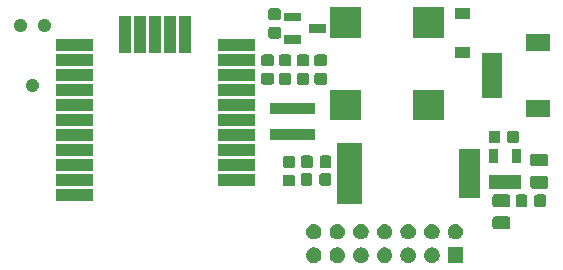
<source format=gbr>
G04 #@! TF.GenerationSoftware,KiCad,Pcbnew,(5.1.5)-3*
G04 #@! TF.CreationDate,2021-08-13T16:15:14-07:00*
G04 #@! TF.ProjectId,Xenigotchi-v1.5,58656e69-676f-4746-9368-692d76312e35,rev?*
G04 #@! TF.SameCoordinates,Original*
G04 #@! TF.FileFunction,Soldermask,Top*
G04 #@! TF.FilePolarity,Negative*
%FSLAX46Y46*%
G04 Gerber Fmt 4.6, Leading zero omitted, Abs format (unit mm)*
G04 Created by KiCad (PCBNEW (5.1.5)-3) date 2021-08-13 16:15:14*
%MOMM*%
%LPD*%
G04 APERTURE LIST*
%ADD10C,0.100000*%
G04 APERTURE END LIST*
D10*
G36*
X169201055Y-117490171D02*
G01*
X169320257Y-117539546D01*
X169320259Y-117539547D01*
X169427538Y-117611228D01*
X169518772Y-117702462D01*
X169590453Y-117809741D01*
X169590454Y-117809743D01*
X169639829Y-117928945D01*
X169665000Y-118055487D01*
X169665000Y-118184513D01*
X169639829Y-118311055D01*
X169590454Y-118430257D01*
X169590453Y-118430259D01*
X169518772Y-118537538D01*
X169427538Y-118628772D01*
X169320259Y-118700453D01*
X169320258Y-118700454D01*
X169320257Y-118700454D01*
X169201055Y-118749829D01*
X169074513Y-118775000D01*
X168945487Y-118775000D01*
X168818945Y-118749829D01*
X168699743Y-118700454D01*
X168699742Y-118700454D01*
X168699741Y-118700453D01*
X168592462Y-118628772D01*
X168501228Y-118537538D01*
X168429547Y-118430259D01*
X168429546Y-118430257D01*
X168380171Y-118311055D01*
X168355000Y-118184513D01*
X168355000Y-118055487D01*
X168380171Y-117928945D01*
X168429546Y-117809743D01*
X168429547Y-117809741D01*
X168501228Y-117702462D01*
X168592462Y-117611228D01*
X168699741Y-117539547D01*
X168699743Y-117539546D01*
X168818945Y-117490171D01*
X168945487Y-117465000D01*
X169074513Y-117465000D01*
X169201055Y-117490171D01*
G37*
G36*
X179201055Y-117490171D02*
G01*
X179320257Y-117539546D01*
X179320259Y-117539547D01*
X179427538Y-117611228D01*
X179518772Y-117702462D01*
X179590453Y-117809741D01*
X179590454Y-117809743D01*
X179639829Y-117928945D01*
X179665000Y-118055487D01*
X179665000Y-118184513D01*
X179639829Y-118311055D01*
X179590454Y-118430257D01*
X179590453Y-118430259D01*
X179518772Y-118537538D01*
X179427538Y-118628772D01*
X179320259Y-118700453D01*
X179320258Y-118700454D01*
X179320257Y-118700454D01*
X179201055Y-118749829D01*
X179074513Y-118775000D01*
X178945487Y-118775000D01*
X178818945Y-118749829D01*
X178699743Y-118700454D01*
X178699742Y-118700454D01*
X178699741Y-118700453D01*
X178592462Y-118628772D01*
X178501228Y-118537538D01*
X178429547Y-118430259D01*
X178429546Y-118430257D01*
X178380171Y-118311055D01*
X178355000Y-118184513D01*
X178355000Y-118055487D01*
X178380171Y-117928945D01*
X178429546Y-117809743D01*
X178429547Y-117809741D01*
X178501228Y-117702462D01*
X178592462Y-117611228D01*
X178699741Y-117539547D01*
X178699743Y-117539546D01*
X178818945Y-117490171D01*
X178945487Y-117465000D01*
X179074513Y-117465000D01*
X179201055Y-117490171D01*
G37*
G36*
X181665000Y-118775000D02*
G01*
X180355000Y-118775000D01*
X180355000Y-117465000D01*
X181665000Y-117465000D01*
X181665000Y-118775000D01*
G37*
G36*
X177201055Y-117490171D02*
G01*
X177320257Y-117539546D01*
X177320259Y-117539547D01*
X177427538Y-117611228D01*
X177518772Y-117702462D01*
X177590453Y-117809741D01*
X177590454Y-117809743D01*
X177639829Y-117928945D01*
X177665000Y-118055487D01*
X177665000Y-118184513D01*
X177639829Y-118311055D01*
X177590454Y-118430257D01*
X177590453Y-118430259D01*
X177518772Y-118537538D01*
X177427538Y-118628772D01*
X177320259Y-118700453D01*
X177320258Y-118700454D01*
X177320257Y-118700454D01*
X177201055Y-118749829D01*
X177074513Y-118775000D01*
X176945487Y-118775000D01*
X176818945Y-118749829D01*
X176699743Y-118700454D01*
X176699742Y-118700454D01*
X176699741Y-118700453D01*
X176592462Y-118628772D01*
X176501228Y-118537538D01*
X176429547Y-118430259D01*
X176429546Y-118430257D01*
X176380171Y-118311055D01*
X176355000Y-118184513D01*
X176355000Y-118055487D01*
X176380171Y-117928945D01*
X176429546Y-117809743D01*
X176429547Y-117809741D01*
X176501228Y-117702462D01*
X176592462Y-117611228D01*
X176699741Y-117539547D01*
X176699743Y-117539546D01*
X176818945Y-117490171D01*
X176945487Y-117465000D01*
X177074513Y-117465000D01*
X177201055Y-117490171D01*
G37*
G36*
X173201055Y-117490171D02*
G01*
X173320257Y-117539546D01*
X173320259Y-117539547D01*
X173427538Y-117611228D01*
X173518772Y-117702462D01*
X173590453Y-117809741D01*
X173590454Y-117809743D01*
X173639829Y-117928945D01*
X173665000Y-118055487D01*
X173665000Y-118184513D01*
X173639829Y-118311055D01*
X173590454Y-118430257D01*
X173590453Y-118430259D01*
X173518772Y-118537538D01*
X173427538Y-118628772D01*
X173320259Y-118700453D01*
X173320258Y-118700454D01*
X173320257Y-118700454D01*
X173201055Y-118749829D01*
X173074513Y-118775000D01*
X172945487Y-118775000D01*
X172818945Y-118749829D01*
X172699743Y-118700454D01*
X172699742Y-118700454D01*
X172699741Y-118700453D01*
X172592462Y-118628772D01*
X172501228Y-118537538D01*
X172429547Y-118430259D01*
X172429546Y-118430257D01*
X172380171Y-118311055D01*
X172355000Y-118184513D01*
X172355000Y-118055487D01*
X172380171Y-117928945D01*
X172429546Y-117809743D01*
X172429547Y-117809741D01*
X172501228Y-117702462D01*
X172592462Y-117611228D01*
X172699741Y-117539547D01*
X172699743Y-117539546D01*
X172818945Y-117490171D01*
X172945487Y-117465000D01*
X173074513Y-117465000D01*
X173201055Y-117490171D01*
G37*
G36*
X175201055Y-117490171D02*
G01*
X175320257Y-117539546D01*
X175320259Y-117539547D01*
X175427538Y-117611228D01*
X175518772Y-117702462D01*
X175590453Y-117809741D01*
X175590454Y-117809743D01*
X175639829Y-117928945D01*
X175665000Y-118055487D01*
X175665000Y-118184513D01*
X175639829Y-118311055D01*
X175590454Y-118430257D01*
X175590453Y-118430259D01*
X175518772Y-118537538D01*
X175427538Y-118628772D01*
X175320259Y-118700453D01*
X175320258Y-118700454D01*
X175320257Y-118700454D01*
X175201055Y-118749829D01*
X175074513Y-118775000D01*
X174945487Y-118775000D01*
X174818945Y-118749829D01*
X174699743Y-118700454D01*
X174699742Y-118700454D01*
X174699741Y-118700453D01*
X174592462Y-118628772D01*
X174501228Y-118537538D01*
X174429547Y-118430259D01*
X174429546Y-118430257D01*
X174380171Y-118311055D01*
X174355000Y-118184513D01*
X174355000Y-118055487D01*
X174380171Y-117928945D01*
X174429546Y-117809743D01*
X174429547Y-117809741D01*
X174501228Y-117702462D01*
X174592462Y-117611228D01*
X174699741Y-117539547D01*
X174699743Y-117539546D01*
X174818945Y-117490171D01*
X174945487Y-117465000D01*
X175074513Y-117465000D01*
X175201055Y-117490171D01*
G37*
G36*
X171201055Y-117490171D02*
G01*
X171320257Y-117539546D01*
X171320259Y-117539547D01*
X171427538Y-117611228D01*
X171518772Y-117702462D01*
X171590453Y-117809741D01*
X171590454Y-117809743D01*
X171639829Y-117928945D01*
X171665000Y-118055487D01*
X171665000Y-118184513D01*
X171639829Y-118311055D01*
X171590454Y-118430257D01*
X171590453Y-118430259D01*
X171518772Y-118537538D01*
X171427538Y-118628772D01*
X171320259Y-118700453D01*
X171320258Y-118700454D01*
X171320257Y-118700454D01*
X171201055Y-118749829D01*
X171074513Y-118775000D01*
X170945487Y-118775000D01*
X170818945Y-118749829D01*
X170699743Y-118700454D01*
X170699742Y-118700454D01*
X170699741Y-118700453D01*
X170592462Y-118628772D01*
X170501228Y-118537538D01*
X170429547Y-118430259D01*
X170429546Y-118430257D01*
X170380171Y-118311055D01*
X170355000Y-118184513D01*
X170355000Y-118055487D01*
X170380171Y-117928945D01*
X170429546Y-117809743D01*
X170429547Y-117809741D01*
X170501228Y-117702462D01*
X170592462Y-117611228D01*
X170699741Y-117539547D01*
X170699743Y-117539546D01*
X170818945Y-117490171D01*
X170945487Y-117465000D01*
X171074513Y-117465000D01*
X171201055Y-117490171D01*
G37*
G36*
X179201055Y-115490171D02*
G01*
X179320257Y-115539546D01*
X179320259Y-115539547D01*
X179427538Y-115611228D01*
X179518772Y-115702462D01*
X179574348Y-115785638D01*
X179590454Y-115809743D01*
X179639829Y-115928945D01*
X179665000Y-116055487D01*
X179665000Y-116184513D01*
X179639829Y-116311055D01*
X179590454Y-116430257D01*
X179590453Y-116430259D01*
X179518772Y-116537538D01*
X179427538Y-116628772D01*
X179320259Y-116700453D01*
X179320258Y-116700454D01*
X179320257Y-116700454D01*
X179201055Y-116749829D01*
X179074513Y-116775000D01*
X178945487Y-116775000D01*
X178818945Y-116749829D01*
X178699743Y-116700454D01*
X178699742Y-116700454D01*
X178699741Y-116700453D01*
X178592462Y-116628772D01*
X178501228Y-116537538D01*
X178429547Y-116430259D01*
X178429546Y-116430257D01*
X178380171Y-116311055D01*
X178355000Y-116184513D01*
X178355000Y-116055487D01*
X178380171Y-115928945D01*
X178429546Y-115809743D01*
X178445652Y-115785638D01*
X178501228Y-115702462D01*
X178592462Y-115611228D01*
X178699741Y-115539547D01*
X178699743Y-115539546D01*
X178818945Y-115490171D01*
X178945487Y-115465000D01*
X179074513Y-115465000D01*
X179201055Y-115490171D01*
G37*
G36*
X177201055Y-115490171D02*
G01*
X177320257Y-115539546D01*
X177320259Y-115539547D01*
X177427538Y-115611228D01*
X177518772Y-115702462D01*
X177574348Y-115785638D01*
X177590454Y-115809743D01*
X177639829Y-115928945D01*
X177665000Y-116055487D01*
X177665000Y-116184513D01*
X177639829Y-116311055D01*
X177590454Y-116430257D01*
X177590453Y-116430259D01*
X177518772Y-116537538D01*
X177427538Y-116628772D01*
X177320259Y-116700453D01*
X177320258Y-116700454D01*
X177320257Y-116700454D01*
X177201055Y-116749829D01*
X177074513Y-116775000D01*
X176945487Y-116775000D01*
X176818945Y-116749829D01*
X176699743Y-116700454D01*
X176699742Y-116700454D01*
X176699741Y-116700453D01*
X176592462Y-116628772D01*
X176501228Y-116537538D01*
X176429547Y-116430259D01*
X176429546Y-116430257D01*
X176380171Y-116311055D01*
X176355000Y-116184513D01*
X176355000Y-116055487D01*
X176380171Y-115928945D01*
X176429546Y-115809743D01*
X176445652Y-115785638D01*
X176501228Y-115702462D01*
X176592462Y-115611228D01*
X176699741Y-115539547D01*
X176699743Y-115539546D01*
X176818945Y-115490171D01*
X176945487Y-115465000D01*
X177074513Y-115465000D01*
X177201055Y-115490171D01*
G37*
G36*
X175201055Y-115490171D02*
G01*
X175320257Y-115539546D01*
X175320259Y-115539547D01*
X175427538Y-115611228D01*
X175518772Y-115702462D01*
X175574348Y-115785638D01*
X175590454Y-115809743D01*
X175639829Y-115928945D01*
X175665000Y-116055487D01*
X175665000Y-116184513D01*
X175639829Y-116311055D01*
X175590454Y-116430257D01*
X175590453Y-116430259D01*
X175518772Y-116537538D01*
X175427538Y-116628772D01*
X175320259Y-116700453D01*
X175320258Y-116700454D01*
X175320257Y-116700454D01*
X175201055Y-116749829D01*
X175074513Y-116775000D01*
X174945487Y-116775000D01*
X174818945Y-116749829D01*
X174699743Y-116700454D01*
X174699742Y-116700454D01*
X174699741Y-116700453D01*
X174592462Y-116628772D01*
X174501228Y-116537538D01*
X174429547Y-116430259D01*
X174429546Y-116430257D01*
X174380171Y-116311055D01*
X174355000Y-116184513D01*
X174355000Y-116055487D01*
X174380171Y-115928945D01*
X174429546Y-115809743D01*
X174445652Y-115785638D01*
X174501228Y-115702462D01*
X174592462Y-115611228D01*
X174699741Y-115539547D01*
X174699743Y-115539546D01*
X174818945Y-115490171D01*
X174945487Y-115465000D01*
X175074513Y-115465000D01*
X175201055Y-115490171D01*
G37*
G36*
X173201055Y-115490171D02*
G01*
X173320257Y-115539546D01*
X173320259Y-115539547D01*
X173427538Y-115611228D01*
X173518772Y-115702462D01*
X173574348Y-115785638D01*
X173590454Y-115809743D01*
X173639829Y-115928945D01*
X173665000Y-116055487D01*
X173665000Y-116184513D01*
X173639829Y-116311055D01*
X173590454Y-116430257D01*
X173590453Y-116430259D01*
X173518772Y-116537538D01*
X173427538Y-116628772D01*
X173320259Y-116700453D01*
X173320258Y-116700454D01*
X173320257Y-116700454D01*
X173201055Y-116749829D01*
X173074513Y-116775000D01*
X172945487Y-116775000D01*
X172818945Y-116749829D01*
X172699743Y-116700454D01*
X172699742Y-116700454D01*
X172699741Y-116700453D01*
X172592462Y-116628772D01*
X172501228Y-116537538D01*
X172429547Y-116430259D01*
X172429546Y-116430257D01*
X172380171Y-116311055D01*
X172355000Y-116184513D01*
X172355000Y-116055487D01*
X172380171Y-115928945D01*
X172429546Y-115809743D01*
X172445652Y-115785638D01*
X172501228Y-115702462D01*
X172592462Y-115611228D01*
X172699741Y-115539547D01*
X172699743Y-115539546D01*
X172818945Y-115490171D01*
X172945487Y-115465000D01*
X173074513Y-115465000D01*
X173201055Y-115490171D01*
G37*
G36*
X171201055Y-115490171D02*
G01*
X171320257Y-115539546D01*
X171320259Y-115539547D01*
X171427538Y-115611228D01*
X171518772Y-115702462D01*
X171574348Y-115785638D01*
X171590454Y-115809743D01*
X171639829Y-115928945D01*
X171665000Y-116055487D01*
X171665000Y-116184513D01*
X171639829Y-116311055D01*
X171590454Y-116430257D01*
X171590453Y-116430259D01*
X171518772Y-116537538D01*
X171427538Y-116628772D01*
X171320259Y-116700453D01*
X171320258Y-116700454D01*
X171320257Y-116700454D01*
X171201055Y-116749829D01*
X171074513Y-116775000D01*
X170945487Y-116775000D01*
X170818945Y-116749829D01*
X170699743Y-116700454D01*
X170699742Y-116700454D01*
X170699741Y-116700453D01*
X170592462Y-116628772D01*
X170501228Y-116537538D01*
X170429547Y-116430259D01*
X170429546Y-116430257D01*
X170380171Y-116311055D01*
X170355000Y-116184513D01*
X170355000Y-116055487D01*
X170380171Y-115928945D01*
X170429546Y-115809743D01*
X170445652Y-115785638D01*
X170501228Y-115702462D01*
X170592462Y-115611228D01*
X170699741Y-115539547D01*
X170699743Y-115539546D01*
X170818945Y-115490171D01*
X170945487Y-115465000D01*
X171074513Y-115465000D01*
X171201055Y-115490171D01*
G37*
G36*
X169201055Y-115490171D02*
G01*
X169320257Y-115539546D01*
X169320259Y-115539547D01*
X169427538Y-115611228D01*
X169518772Y-115702462D01*
X169574348Y-115785638D01*
X169590454Y-115809743D01*
X169639829Y-115928945D01*
X169665000Y-116055487D01*
X169665000Y-116184513D01*
X169639829Y-116311055D01*
X169590454Y-116430257D01*
X169590453Y-116430259D01*
X169518772Y-116537538D01*
X169427538Y-116628772D01*
X169320259Y-116700453D01*
X169320258Y-116700454D01*
X169320257Y-116700454D01*
X169201055Y-116749829D01*
X169074513Y-116775000D01*
X168945487Y-116775000D01*
X168818945Y-116749829D01*
X168699743Y-116700454D01*
X168699742Y-116700454D01*
X168699741Y-116700453D01*
X168592462Y-116628772D01*
X168501228Y-116537538D01*
X168429547Y-116430259D01*
X168429546Y-116430257D01*
X168380171Y-116311055D01*
X168355000Y-116184513D01*
X168355000Y-116055487D01*
X168380171Y-115928945D01*
X168429546Y-115809743D01*
X168445652Y-115785638D01*
X168501228Y-115702462D01*
X168592462Y-115611228D01*
X168699741Y-115539547D01*
X168699743Y-115539546D01*
X168818945Y-115490171D01*
X168945487Y-115465000D01*
X169074513Y-115465000D01*
X169201055Y-115490171D01*
G37*
G36*
X181201055Y-115490171D02*
G01*
X181320257Y-115539546D01*
X181320259Y-115539547D01*
X181427538Y-115611228D01*
X181518772Y-115702462D01*
X181574348Y-115785638D01*
X181590454Y-115809743D01*
X181639829Y-115928945D01*
X181665000Y-116055487D01*
X181665000Y-116184513D01*
X181639829Y-116311055D01*
X181590454Y-116430257D01*
X181590453Y-116430259D01*
X181518772Y-116537538D01*
X181427538Y-116628772D01*
X181320259Y-116700453D01*
X181320258Y-116700454D01*
X181320257Y-116700454D01*
X181201055Y-116749829D01*
X181074513Y-116775000D01*
X180945487Y-116775000D01*
X180818945Y-116749829D01*
X180699743Y-116700454D01*
X180699742Y-116700454D01*
X180699741Y-116700453D01*
X180592462Y-116628772D01*
X180501228Y-116537538D01*
X180429547Y-116430259D01*
X180429546Y-116430257D01*
X180380171Y-116311055D01*
X180355000Y-116184513D01*
X180355000Y-116055487D01*
X180380171Y-115928945D01*
X180429546Y-115809743D01*
X180445652Y-115785638D01*
X180501228Y-115702462D01*
X180592462Y-115611228D01*
X180699741Y-115539547D01*
X180699743Y-115539546D01*
X180818945Y-115490171D01*
X180945487Y-115465000D01*
X181074513Y-115465000D01*
X181201055Y-115490171D01*
G37*
G36*
X185484468Y-114841065D02*
G01*
X185523138Y-114852796D01*
X185558777Y-114871846D01*
X185590017Y-114897483D01*
X185615654Y-114928723D01*
X185634704Y-114964362D01*
X185646435Y-115003032D01*
X185651000Y-115049388D01*
X185651000Y-115700612D01*
X185646435Y-115746968D01*
X185634704Y-115785638D01*
X185615654Y-115821277D01*
X185590017Y-115852517D01*
X185558777Y-115878154D01*
X185523138Y-115897204D01*
X185484468Y-115908935D01*
X185438112Y-115913500D01*
X184361888Y-115913500D01*
X184315532Y-115908935D01*
X184276862Y-115897204D01*
X184241223Y-115878154D01*
X184209983Y-115852517D01*
X184184346Y-115821277D01*
X184165296Y-115785638D01*
X184153565Y-115746968D01*
X184149000Y-115700612D01*
X184149000Y-115049388D01*
X184153565Y-115003032D01*
X184165296Y-114964362D01*
X184184346Y-114928723D01*
X184209983Y-114897483D01*
X184241223Y-114871846D01*
X184276862Y-114852796D01*
X184315532Y-114841065D01*
X184361888Y-114836500D01*
X185438112Y-114836500D01*
X185484468Y-114841065D01*
G37*
G36*
X185484468Y-112966065D02*
G01*
X185523138Y-112977796D01*
X185558777Y-112996846D01*
X185590017Y-113022483D01*
X185615654Y-113053723D01*
X185634704Y-113089362D01*
X185646435Y-113128032D01*
X185651000Y-113174388D01*
X185651000Y-113825612D01*
X185646435Y-113871968D01*
X185634704Y-113910638D01*
X185615654Y-113946277D01*
X185590017Y-113977517D01*
X185558777Y-114003154D01*
X185523138Y-114022204D01*
X185484468Y-114033935D01*
X185438112Y-114038500D01*
X184361888Y-114038500D01*
X184315532Y-114033935D01*
X184276862Y-114022204D01*
X184241223Y-114003154D01*
X184209983Y-113977517D01*
X184184346Y-113946277D01*
X184165296Y-113910638D01*
X184153565Y-113871968D01*
X184149000Y-113825612D01*
X184149000Y-113174388D01*
X184153565Y-113128032D01*
X184165296Y-113089362D01*
X184184346Y-113053723D01*
X184209983Y-113022483D01*
X184241223Y-112996846D01*
X184276862Y-112977796D01*
X184315532Y-112966065D01*
X184361888Y-112961500D01*
X185438112Y-112961500D01*
X185484468Y-112966065D01*
G37*
G36*
X186954591Y-112978085D02*
G01*
X186988569Y-112988393D01*
X187019890Y-113005134D01*
X187047339Y-113027661D01*
X187069866Y-113055110D01*
X187086607Y-113086431D01*
X187096915Y-113120409D01*
X187101000Y-113161890D01*
X187101000Y-113838110D01*
X187096915Y-113879591D01*
X187086607Y-113913569D01*
X187069866Y-113944890D01*
X187047339Y-113972339D01*
X187019890Y-113994866D01*
X186988569Y-114011607D01*
X186954591Y-114021915D01*
X186913110Y-114026000D01*
X186311890Y-114026000D01*
X186270409Y-114021915D01*
X186236431Y-114011607D01*
X186205110Y-113994866D01*
X186177661Y-113972339D01*
X186155134Y-113944890D01*
X186138393Y-113913569D01*
X186128085Y-113879591D01*
X186124000Y-113838110D01*
X186124000Y-113161890D01*
X186128085Y-113120409D01*
X186138393Y-113086431D01*
X186155134Y-113055110D01*
X186177661Y-113027661D01*
X186205110Y-113005134D01*
X186236431Y-112988393D01*
X186270409Y-112978085D01*
X186311890Y-112974000D01*
X186913110Y-112974000D01*
X186954591Y-112978085D01*
G37*
G36*
X188529591Y-112978085D02*
G01*
X188563569Y-112988393D01*
X188594890Y-113005134D01*
X188622339Y-113027661D01*
X188644866Y-113055110D01*
X188661607Y-113086431D01*
X188671915Y-113120409D01*
X188676000Y-113161890D01*
X188676000Y-113838110D01*
X188671915Y-113879591D01*
X188661607Y-113913569D01*
X188644866Y-113944890D01*
X188622339Y-113972339D01*
X188594890Y-113994866D01*
X188563569Y-114011607D01*
X188529591Y-114021915D01*
X188488110Y-114026000D01*
X187886890Y-114026000D01*
X187845409Y-114021915D01*
X187811431Y-114011607D01*
X187780110Y-113994866D01*
X187752661Y-113972339D01*
X187730134Y-113944890D01*
X187713393Y-113913569D01*
X187703085Y-113879591D01*
X187699000Y-113838110D01*
X187699000Y-113161890D01*
X187703085Y-113120409D01*
X187713393Y-113086431D01*
X187730134Y-113055110D01*
X187752661Y-113027661D01*
X187780110Y-113005134D01*
X187811431Y-112988393D01*
X187845409Y-112978085D01*
X187886890Y-112974000D01*
X188488110Y-112974000D01*
X188529591Y-112978085D01*
G37*
G36*
X173076000Y-113751000D02*
G01*
X170974000Y-113751000D01*
X170974000Y-108649000D01*
X173076000Y-108649000D01*
X173076000Y-113751000D01*
G37*
G36*
X150301000Y-113526000D02*
G01*
X147199000Y-113526000D01*
X147199000Y-112524000D01*
X150301000Y-112524000D01*
X150301000Y-113526000D01*
G37*
G36*
X183076000Y-113251000D02*
G01*
X181274000Y-113251000D01*
X181274000Y-109149000D01*
X183076000Y-109149000D01*
X183076000Y-113251000D01*
G37*
G36*
X186526000Y-112481000D02*
G01*
X183874000Y-112481000D01*
X183874000Y-111319000D01*
X186526000Y-111319000D01*
X186526000Y-112481000D01*
G37*
G36*
X188684468Y-111403565D02*
G01*
X188723138Y-111415296D01*
X188758777Y-111434346D01*
X188790017Y-111459983D01*
X188815654Y-111491223D01*
X188834704Y-111526862D01*
X188846435Y-111565532D01*
X188851000Y-111611888D01*
X188851000Y-112263112D01*
X188846435Y-112309468D01*
X188834704Y-112348138D01*
X188815654Y-112383777D01*
X188790017Y-112415017D01*
X188758777Y-112440654D01*
X188723138Y-112459704D01*
X188684468Y-112471435D01*
X188638112Y-112476000D01*
X187561888Y-112476000D01*
X187515532Y-112471435D01*
X187476862Y-112459704D01*
X187441223Y-112440654D01*
X187409983Y-112415017D01*
X187384346Y-112383777D01*
X187365296Y-112348138D01*
X187353565Y-112309468D01*
X187349000Y-112263112D01*
X187349000Y-111611888D01*
X187353565Y-111565532D01*
X187365296Y-111526862D01*
X187384346Y-111491223D01*
X187409983Y-111459983D01*
X187441223Y-111434346D01*
X187476862Y-111415296D01*
X187515532Y-111403565D01*
X187561888Y-111399000D01*
X188638112Y-111399000D01*
X188684468Y-111403565D01*
G37*
G36*
X167279591Y-111303085D02*
G01*
X167313569Y-111313393D01*
X167344890Y-111330134D01*
X167372339Y-111352661D01*
X167394866Y-111380110D01*
X167411607Y-111411431D01*
X167421915Y-111445409D01*
X167426000Y-111486890D01*
X167426000Y-112088110D01*
X167421915Y-112129591D01*
X167411607Y-112163569D01*
X167394866Y-112194890D01*
X167372339Y-112222339D01*
X167344890Y-112244866D01*
X167313569Y-112261607D01*
X167279591Y-112271915D01*
X167238110Y-112276000D01*
X166561890Y-112276000D01*
X166520409Y-112271915D01*
X166486431Y-112261607D01*
X166455110Y-112244866D01*
X166427661Y-112222339D01*
X166405134Y-112194890D01*
X166388393Y-112163569D01*
X166378085Y-112129591D01*
X166374000Y-112088110D01*
X166374000Y-111486890D01*
X166378085Y-111445409D01*
X166388393Y-111411431D01*
X166405134Y-111380110D01*
X166427661Y-111352661D01*
X166455110Y-111330134D01*
X166486431Y-111313393D01*
X166520409Y-111303085D01*
X166561890Y-111299000D01*
X167238110Y-111299000D01*
X167279591Y-111303085D01*
G37*
G36*
X150301000Y-112256000D02*
G01*
X147199000Y-112256000D01*
X147199000Y-111254000D01*
X150301000Y-111254000D01*
X150301000Y-112256000D01*
G37*
G36*
X164001000Y-112256000D02*
G01*
X160899000Y-112256000D01*
X160899000Y-111254000D01*
X164001000Y-111254000D01*
X164001000Y-112256000D01*
G37*
G36*
X168754591Y-111178085D02*
G01*
X168788569Y-111188393D01*
X168819890Y-111205134D01*
X168847339Y-111227661D01*
X168869866Y-111255110D01*
X168886607Y-111286431D01*
X168896915Y-111320409D01*
X168901000Y-111361890D01*
X168901000Y-112038110D01*
X168896915Y-112079591D01*
X168886607Y-112113569D01*
X168869866Y-112144890D01*
X168847339Y-112172339D01*
X168819890Y-112194866D01*
X168788569Y-112211607D01*
X168754591Y-112221915D01*
X168713110Y-112226000D01*
X168111890Y-112226000D01*
X168070409Y-112221915D01*
X168036431Y-112211607D01*
X168005110Y-112194866D01*
X167977661Y-112172339D01*
X167955134Y-112144890D01*
X167938393Y-112113569D01*
X167928085Y-112079591D01*
X167924000Y-112038110D01*
X167924000Y-111361890D01*
X167928085Y-111320409D01*
X167938393Y-111286431D01*
X167955134Y-111255110D01*
X167977661Y-111227661D01*
X168005110Y-111205134D01*
X168036431Y-111188393D01*
X168070409Y-111178085D01*
X168111890Y-111174000D01*
X168713110Y-111174000D01*
X168754591Y-111178085D01*
G37*
G36*
X170329591Y-111178085D02*
G01*
X170363569Y-111188393D01*
X170394890Y-111205134D01*
X170422339Y-111227661D01*
X170444866Y-111255110D01*
X170461607Y-111286431D01*
X170471915Y-111320409D01*
X170476000Y-111361890D01*
X170476000Y-112038110D01*
X170471915Y-112079591D01*
X170461607Y-112113569D01*
X170444866Y-112144890D01*
X170422339Y-112172339D01*
X170394890Y-112194866D01*
X170363569Y-112211607D01*
X170329591Y-112221915D01*
X170288110Y-112226000D01*
X169686890Y-112226000D01*
X169645409Y-112221915D01*
X169611431Y-112211607D01*
X169580110Y-112194866D01*
X169552661Y-112172339D01*
X169530134Y-112144890D01*
X169513393Y-112113569D01*
X169503085Y-112079591D01*
X169499000Y-112038110D01*
X169499000Y-111361890D01*
X169503085Y-111320409D01*
X169513393Y-111286431D01*
X169530134Y-111255110D01*
X169552661Y-111227661D01*
X169580110Y-111205134D01*
X169611431Y-111188393D01*
X169645409Y-111178085D01*
X169686890Y-111174000D01*
X170288110Y-111174000D01*
X170329591Y-111178085D01*
G37*
G36*
X150301000Y-110986000D02*
G01*
X147199000Y-110986000D01*
X147199000Y-109984000D01*
X150301000Y-109984000D01*
X150301000Y-110986000D01*
G37*
G36*
X164001000Y-110986000D02*
G01*
X160899000Y-110986000D01*
X160899000Y-109984000D01*
X164001000Y-109984000D01*
X164001000Y-110986000D01*
G37*
G36*
X170342091Y-109678085D02*
G01*
X170376069Y-109688393D01*
X170407390Y-109705134D01*
X170434839Y-109727661D01*
X170457366Y-109755110D01*
X170474107Y-109786431D01*
X170484415Y-109820409D01*
X170488500Y-109861890D01*
X170488500Y-110538110D01*
X170484415Y-110579591D01*
X170474107Y-110613569D01*
X170457366Y-110644890D01*
X170434839Y-110672339D01*
X170407390Y-110694866D01*
X170376069Y-110711607D01*
X170342091Y-110721915D01*
X170300610Y-110726000D01*
X169699390Y-110726000D01*
X169657909Y-110721915D01*
X169623931Y-110711607D01*
X169592610Y-110694866D01*
X169565161Y-110672339D01*
X169542634Y-110644890D01*
X169525893Y-110613569D01*
X169515585Y-110579591D01*
X169511500Y-110538110D01*
X169511500Y-109861890D01*
X169515585Y-109820409D01*
X169525893Y-109786431D01*
X169542634Y-109755110D01*
X169565161Y-109727661D01*
X169592610Y-109705134D01*
X169623931Y-109688393D01*
X169657909Y-109678085D01*
X169699390Y-109674000D01*
X170300610Y-109674000D01*
X170342091Y-109678085D01*
G37*
G36*
X168767091Y-109678085D02*
G01*
X168801069Y-109688393D01*
X168832390Y-109705134D01*
X168859839Y-109727661D01*
X168882366Y-109755110D01*
X168899107Y-109786431D01*
X168909415Y-109820409D01*
X168913500Y-109861890D01*
X168913500Y-110538110D01*
X168909415Y-110579591D01*
X168899107Y-110613569D01*
X168882366Y-110644890D01*
X168859839Y-110672339D01*
X168832390Y-110694866D01*
X168801069Y-110711607D01*
X168767091Y-110721915D01*
X168725610Y-110726000D01*
X168124390Y-110726000D01*
X168082909Y-110721915D01*
X168048931Y-110711607D01*
X168017610Y-110694866D01*
X167990161Y-110672339D01*
X167967634Y-110644890D01*
X167950893Y-110613569D01*
X167940585Y-110579591D01*
X167936500Y-110538110D01*
X167936500Y-109861890D01*
X167940585Y-109820409D01*
X167950893Y-109786431D01*
X167967634Y-109755110D01*
X167990161Y-109727661D01*
X168017610Y-109705134D01*
X168048931Y-109688393D01*
X168082909Y-109678085D01*
X168124390Y-109674000D01*
X168725610Y-109674000D01*
X168767091Y-109678085D01*
G37*
G36*
X167279591Y-109728085D02*
G01*
X167313569Y-109738393D01*
X167344890Y-109755134D01*
X167372339Y-109777661D01*
X167394866Y-109805110D01*
X167411607Y-109836431D01*
X167421915Y-109870409D01*
X167426000Y-109911890D01*
X167426000Y-110513110D01*
X167421915Y-110554591D01*
X167411607Y-110588569D01*
X167394866Y-110619890D01*
X167372339Y-110647339D01*
X167344890Y-110669866D01*
X167313569Y-110686607D01*
X167279591Y-110696915D01*
X167238110Y-110701000D01*
X166561890Y-110701000D01*
X166520409Y-110696915D01*
X166486431Y-110686607D01*
X166455110Y-110669866D01*
X166427661Y-110647339D01*
X166405134Y-110619890D01*
X166388393Y-110588569D01*
X166378085Y-110554591D01*
X166374000Y-110513110D01*
X166374000Y-109911890D01*
X166378085Y-109870409D01*
X166388393Y-109836431D01*
X166405134Y-109805110D01*
X166427661Y-109777661D01*
X166455110Y-109755134D01*
X166486431Y-109738393D01*
X166520409Y-109728085D01*
X166561890Y-109724000D01*
X167238110Y-109724000D01*
X167279591Y-109728085D01*
G37*
G36*
X188684468Y-109528565D02*
G01*
X188723138Y-109540296D01*
X188758777Y-109559346D01*
X188790017Y-109584983D01*
X188815654Y-109616223D01*
X188834704Y-109651862D01*
X188846435Y-109690532D01*
X188851000Y-109736888D01*
X188851000Y-110388112D01*
X188846435Y-110434468D01*
X188834704Y-110473138D01*
X188815654Y-110508777D01*
X188790017Y-110540017D01*
X188758777Y-110565654D01*
X188723138Y-110584704D01*
X188684468Y-110596435D01*
X188638112Y-110601000D01*
X187561888Y-110601000D01*
X187515532Y-110596435D01*
X187476862Y-110584704D01*
X187441223Y-110565654D01*
X187409983Y-110540017D01*
X187384346Y-110508777D01*
X187365296Y-110473138D01*
X187353565Y-110434468D01*
X187349000Y-110388112D01*
X187349000Y-109736888D01*
X187353565Y-109690532D01*
X187365296Y-109651862D01*
X187384346Y-109616223D01*
X187409983Y-109584983D01*
X187441223Y-109559346D01*
X187476862Y-109540296D01*
X187515532Y-109528565D01*
X187561888Y-109524000D01*
X188638112Y-109524000D01*
X188684468Y-109528565D01*
G37*
G36*
X186526000Y-110281000D02*
G01*
X185774000Y-110281000D01*
X185774000Y-109119000D01*
X186526000Y-109119000D01*
X186526000Y-110281000D01*
G37*
G36*
X184626000Y-110281000D02*
G01*
X183874000Y-110281000D01*
X183874000Y-109119000D01*
X184626000Y-109119000D01*
X184626000Y-110281000D01*
G37*
G36*
X150301000Y-109716000D02*
G01*
X147199000Y-109716000D01*
X147199000Y-108714000D01*
X150301000Y-108714000D01*
X150301000Y-109716000D01*
G37*
G36*
X164001000Y-109716000D02*
G01*
X160899000Y-109716000D01*
X160899000Y-108714000D01*
X164001000Y-108714000D01*
X164001000Y-109716000D01*
G37*
G36*
X184654591Y-107578085D02*
G01*
X184688569Y-107588393D01*
X184719890Y-107605134D01*
X184747339Y-107627661D01*
X184769866Y-107655110D01*
X184786607Y-107686431D01*
X184796915Y-107720409D01*
X184801000Y-107761890D01*
X184801000Y-108438110D01*
X184796915Y-108479591D01*
X184786607Y-108513569D01*
X184769866Y-108544890D01*
X184747339Y-108572339D01*
X184719890Y-108594866D01*
X184688569Y-108611607D01*
X184654591Y-108621915D01*
X184613110Y-108626000D01*
X184011890Y-108626000D01*
X183970409Y-108621915D01*
X183936431Y-108611607D01*
X183905110Y-108594866D01*
X183877661Y-108572339D01*
X183855134Y-108544890D01*
X183838393Y-108513569D01*
X183828085Y-108479591D01*
X183824000Y-108438110D01*
X183824000Y-107761890D01*
X183828085Y-107720409D01*
X183838393Y-107686431D01*
X183855134Y-107655110D01*
X183877661Y-107627661D01*
X183905110Y-107605134D01*
X183936431Y-107588393D01*
X183970409Y-107578085D01*
X184011890Y-107574000D01*
X184613110Y-107574000D01*
X184654591Y-107578085D01*
G37*
G36*
X186229591Y-107578085D02*
G01*
X186263569Y-107588393D01*
X186294890Y-107605134D01*
X186322339Y-107627661D01*
X186344866Y-107655110D01*
X186361607Y-107686431D01*
X186371915Y-107720409D01*
X186376000Y-107761890D01*
X186376000Y-108438110D01*
X186371915Y-108479591D01*
X186361607Y-108513569D01*
X186344866Y-108544890D01*
X186322339Y-108572339D01*
X186294890Y-108594866D01*
X186263569Y-108611607D01*
X186229591Y-108621915D01*
X186188110Y-108626000D01*
X185586890Y-108626000D01*
X185545409Y-108621915D01*
X185511431Y-108611607D01*
X185480110Y-108594866D01*
X185452661Y-108572339D01*
X185430134Y-108544890D01*
X185413393Y-108513569D01*
X185403085Y-108479591D01*
X185399000Y-108438110D01*
X185399000Y-107761890D01*
X185403085Y-107720409D01*
X185413393Y-107686431D01*
X185430134Y-107655110D01*
X185452661Y-107627661D01*
X185480110Y-107605134D01*
X185511431Y-107588393D01*
X185545409Y-107578085D01*
X185586890Y-107574000D01*
X186188110Y-107574000D01*
X186229591Y-107578085D01*
G37*
G36*
X164001000Y-108446000D02*
G01*
X160899000Y-108446000D01*
X160899000Y-107444000D01*
X164001000Y-107444000D01*
X164001000Y-108446000D01*
G37*
G36*
X150301000Y-108446000D02*
G01*
X147199000Y-108446000D01*
X147199000Y-107444000D01*
X150301000Y-107444000D01*
X150301000Y-108446000D01*
G37*
G36*
X169101000Y-108351000D02*
G01*
X165299000Y-108351000D01*
X165299000Y-107449000D01*
X169101000Y-107449000D01*
X169101000Y-108351000D01*
G37*
G36*
X150301000Y-107176000D02*
G01*
X147199000Y-107176000D01*
X147199000Y-106174000D01*
X150301000Y-106174000D01*
X150301000Y-107176000D01*
G37*
G36*
X164001000Y-107176000D02*
G01*
X160899000Y-107176000D01*
X160899000Y-106174000D01*
X164001000Y-106174000D01*
X164001000Y-107176000D01*
G37*
G36*
X180001000Y-106701000D02*
G01*
X177399000Y-106701000D01*
X177399000Y-104099000D01*
X180001000Y-104099000D01*
X180001000Y-106701000D01*
G37*
G36*
X173001000Y-106701000D02*
G01*
X170399000Y-106701000D01*
X170399000Y-104099000D01*
X173001000Y-104099000D01*
X173001000Y-106701000D01*
G37*
G36*
X188980001Y-106398699D02*
G01*
X186973001Y-106398699D01*
X186973001Y-105001299D01*
X188980001Y-105001299D01*
X188980001Y-106398699D01*
G37*
G36*
X169101000Y-106151000D02*
G01*
X165299000Y-106151000D01*
X165299000Y-105249000D01*
X169101000Y-105249000D01*
X169101000Y-106151000D01*
G37*
G36*
X164001000Y-105906000D02*
G01*
X160899000Y-105906000D01*
X160899000Y-104904000D01*
X164001000Y-104904000D01*
X164001000Y-105906000D01*
G37*
G36*
X150301000Y-105906000D02*
G01*
X147199000Y-105906000D01*
X147199000Y-104904000D01*
X150301000Y-104904000D01*
X150301000Y-105906000D01*
G37*
G36*
X184927200Y-104781200D02*
G01*
X183275800Y-104781200D01*
X183275800Y-101018800D01*
X184927200Y-101018800D01*
X184927200Y-104781200D01*
G37*
G36*
X164001000Y-104636000D02*
G01*
X160899000Y-104636000D01*
X160899000Y-103634000D01*
X164001000Y-103634000D01*
X164001000Y-104636000D01*
G37*
G36*
X150301000Y-104636000D02*
G01*
X147199000Y-104636000D01*
X147199000Y-103634000D01*
X150301000Y-103634000D01*
X150301000Y-104636000D01*
G37*
G36*
X145359408Y-103214501D02*
G01*
X145458863Y-103255697D01*
X145458865Y-103255698D01*
X145503923Y-103285805D01*
X145548372Y-103315505D01*
X145624495Y-103391628D01*
X145684303Y-103481137D01*
X145725499Y-103580592D01*
X145746500Y-103686173D01*
X145746500Y-103793827D01*
X145725499Y-103899408D01*
X145684303Y-103998863D01*
X145684302Y-103998865D01*
X145624494Y-104088373D01*
X145548373Y-104164494D01*
X145458865Y-104224302D01*
X145458864Y-104224303D01*
X145458863Y-104224303D01*
X145359408Y-104265499D01*
X145253827Y-104286500D01*
X145146173Y-104286500D01*
X145040592Y-104265499D01*
X144941137Y-104224303D01*
X144941136Y-104224303D01*
X144941135Y-104224302D01*
X144851627Y-104164494D01*
X144775506Y-104088373D01*
X144715698Y-103998865D01*
X144715697Y-103998863D01*
X144674501Y-103899408D01*
X144653500Y-103793827D01*
X144653500Y-103686173D01*
X144674501Y-103580592D01*
X144715697Y-103481137D01*
X144775505Y-103391628D01*
X144851628Y-103315505D01*
X144896077Y-103285805D01*
X144941135Y-103255698D01*
X144941137Y-103255697D01*
X145040592Y-103214501D01*
X145146173Y-103193500D01*
X145253827Y-103193500D01*
X145359408Y-103214501D01*
G37*
G36*
X165479591Y-102703085D02*
G01*
X165513569Y-102713393D01*
X165544890Y-102730134D01*
X165572339Y-102752661D01*
X165594866Y-102780110D01*
X165611607Y-102811431D01*
X165621915Y-102845409D01*
X165626000Y-102886890D01*
X165626000Y-103488110D01*
X165621915Y-103529591D01*
X165611607Y-103563569D01*
X165594866Y-103594890D01*
X165572339Y-103622339D01*
X165544890Y-103644866D01*
X165513569Y-103661607D01*
X165479591Y-103671915D01*
X165438110Y-103676000D01*
X164761890Y-103676000D01*
X164720409Y-103671915D01*
X164686431Y-103661607D01*
X164655110Y-103644866D01*
X164627661Y-103622339D01*
X164605134Y-103594890D01*
X164588393Y-103563569D01*
X164578085Y-103529591D01*
X164574000Y-103488110D01*
X164574000Y-102886890D01*
X164578085Y-102845409D01*
X164588393Y-102811431D01*
X164605134Y-102780110D01*
X164627661Y-102752661D01*
X164655110Y-102730134D01*
X164686431Y-102713393D01*
X164720409Y-102703085D01*
X164761890Y-102699000D01*
X165438110Y-102699000D01*
X165479591Y-102703085D01*
G37*
G36*
X168479591Y-102703085D02*
G01*
X168513569Y-102713393D01*
X168544890Y-102730134D01*
X168572339Y-102752661D01*
X168594866Y-102780110D01*
X168611607Y-102811431D01*
X168621915Y-102845409D01*
X168626000Y-102886890D01*
X168626000Y-103488110D01*
X168621915Y-103529591D01*
X168611607Y-103563569D01*
X168594866Y-103594890D01*
X168572339Y-103622339D01*
X168544890Y-103644866D01*
X168513569Y-103661607D01*
X168479591Y-103671915D01*
X168438110Y-103676000D01*
X167761890Y-103676000D01*
X167720409Y-103671915D01*
X167686431Y-103661607D01*
X167655110Y-103644866D01*
X167627661Y-103622339D01*
X167605134Y-103594890D01*
X167588393Y-103563569D01*
X167578085Y-103529591D01*
X167574000Y-103488110D01*
X167574000Y-102886890D01*
X167578085Y-102845409D01*
X167588393Y-102811431D01*
X167605134Y-102780110D01*
X167627661Y-102752661D01*
X167655110Y-102730134D01*
X167686431Y-102713393D01*
X167720409Y-102703085D01*
X167761890Y-102699000D01*
X168438110Y-102699000D01*
X168479591Y-102703085D01*
G37*
G36*
X166979591Y-102703085D02*
G01*
X167013569Y-102713393D01*
X167044890Y-102730134D01*
X167072339Y-102752661D01*
X167094866Y-102780110D01*
X167111607Y-102811431D01*
X167121915Y-102845409D01*
X167126000Y-102886890D01*
X167126000Y-103488110D01*
X167121915Y-103529591D01*
X167111607Y-103563569D01*
X167094866Y-103594890D01*
X167072339Y-103622339D01*
X167044890Y-103644866D01*
X167013569Y-103661607D01*
X166979591Y-103671915D01*
X166938110Y-103676000D01*
X166261890Y-103676000D01*
X166220409Y-103671915D01*
X166186431Y-103661607D01*
X166155110Y-103644866D01*
X166127661Y-103622339D01*
X166105134Y-103594890D01*
X166088393Y-103563569D01*
X166078085Y-103529591D01*
X166074000Y-103488110D01*
X166074000Y-102886890D01*
X166078085Y-102845409D01*
X166088393Y-102811431D01*
X166105134Y-102780110D01*
X166127661Y-102752661D01*
X166155110Y-102730134D01*
X166186431Y-102713393D01*
X166220409Y-102703085D01*
X166261890Y-102699000D01*
X166938110Y-102699000D01*
X166979591Y-102703085D01*
G37*
G36*
X169979591Y-102703085D02*
G01*
X170013569Y-102713393D01*
X170044890Y-102730134D01*
X170072339Y-102752661D01*
X170094866Y-102780110D01*
X170111607Y-102811431D01*
X170121915Y-102845409D01*
X170126000Y-102886890D01*
X170126000Y-103488110D01*
X170121915Y-103529591D01*
X170111607Y-103563569D01*
X170094866Y-103594890D01*
X170072339Y-103622339D01*
X170044890Y-103644866D01*
X170013569Y-103661607D01*
X169979591Y-103671915D01*
X169938110Y-103676000D01*
X169261890Y-103676000D01*
X169220409Y-103671915D01*
X169186431Y-103661607D01*
X169155110Y-103644866D01*
X169127661Y-103622339D01*
X169105134Y-103594890D01*
X169088393Y-103563569D01*
X169078085Y-103529591D01*
X169074000Y-103488110D01*
X169074000Y-102886890D01*
X169078085Y-102845409D01*
X169088393Y-102811431D01*
X169105134Y-102780110D01*
X169127661Y-102752661D01*
X169155110Y-102730134D01*
X169186431Y-102713393D01*
X169220409Y-102703085D01*
X169261890Y-102699000D01*
X169938110Y-102699000D01*
X169979591Y-102703085D01*
G37*
G36*
X164001000Y-103366000D02*
G01*
X160899000Y-103366000D01*
X160899000Y-102364000D01*
X164001000Y-102364000D01*
X164001000Y-103366000D01*
G37*
G36*
X150301000Y-103366000D02*
G01*
X147199000Y-103366000D01*
X147199000Y-102364000D01*
X150301000Y-102364000D01*
X150301000Y-103366000D01*
G37*
G36*
X165479591Y-101128085D02*
G01*
X165513569Y-101138393D01*
X165544890Y-101155134D01*
X165572339Y-101177661D01*
X165594866Y-101205110D01*
X165611607Y-101236431D01*
X165621915Y-101270409D01*
X165626000Y-101311890D01*
X165626000Y-101913110D01*
X165621915Y-101954591D01*
X165611607Y-101988569D01*
X165594866Y-102019890D01*
X165572339Y-102047339D01*
X165544890Y-102069866D01*
X165513569Y-102086607D01*
X165479591Y-102096915D01*
X165438110Y-102101000D01*
X164761890Y-102101000D01*
X164720409Y-102096915D01*
X164686431Y-102086607D01*
X164655110Y-102069866D01*
X164627661Y-102047339D01*
X164605134Y-102019890D01*
X164588393Y-101988569D01*
X164578085Y-101954591D01*
X164574000Y-101913110D01*
X164574000Y-101311890D01*
X164578085Y-101270409D01*
X164588393Y-101236431D01*
X164605134Y-101205110D01*
X164627661Y-101177661D01*
X164655110Y-101155134D01*
X164686431Y-101138393D01*
X164720409Y-101128085D01*
X164761890Y-101124000D01*
X165438110Y-101124000D01*
X165479591Y-101128085D01*
G37*
G36*
X166979591Y-101128085D02*
G01*
X167013569Y-101138393D01*
X167044890Y-101155134D01*
X167072339Y-101177661D01*
X167094866Y-101205110D01*
X167111607Y-101236431D01*
X167121915Y-101270409D01*
X167126000Y-101311890D01*
X167126000Y-101913110D01*
X167121915Y-101954591D01*
X167111607Y-101988569D01*
X167094866Y-102019890D01*
X167072339Y-102047339D01*
X167044890Y-102069866D01*
X167013569Y-102086607D01*
X166979591Y-102096915D01*
X166938110Y-102101000D01*
X166261890Y-102101000D01*
X166220409Y-102096915D01*
X166186431Y-102086607D01*
X166155110Y-102069866D01*
X166127661Y-102047339D01*
X166105134Y-102019890D01*
X166088393Y-101988569D01*
X166078085Y-101954591D01*
X166074000Y-101913110D01*
X166074000Y-101311890D01*
X166078085Y-101270409D01*
X166088393Y-101236431D01*
X166105134Y-101205110D01*
X166127661Y-101177661D01*
X166155110Y-101155134D01*
X166186431Y-101138393D01*
X166220409Y-101128085D01*
X166261890Y-101124000D01*
X166938110Y-101124000D01*
X166979591Y-101128085D01*
G37*
G36*
X168479591Y-101128085D02*
G01*
X168513569Y-101138393D01*
X168544890Y-101155134D01*
X168572339Y-101177661D01*
X168594866Y-101205110D01*
X168611607Y-101236431D01*
X168621915Y-101270409D01*
X168626000Y-101311890D01*
X168626000Y-101913110D01*
X168621915Y-101954591D01*
X168611607Y-101988569D01*
X168594866Y-102019890D01*
X168572339Y-102047339D01*
X168544890Y-102069866D01*
X168513569Y-102086607D01*
X168479591Y-102096915D01*
X168438110Y-102101000D01*
X167761890Y-102101000D01*
X167720409Y-102096915D01*
X167686431Y-102086607D01*
X167655110Y-102069866D01*
X167627661Y-102047339D01*
X167605134Y-102019890D01*
X167588393Y-101988569D01*
X167578085Y-101954591D01*
X167574000Y-101913110D01*
X167574000Y-101311890D01*
X167578085Y-101270409D01*
X167588393Y-101236431D01*
X167605134Y-101205110D01*
X167627661Y-101177661D01*
X167655110Y-101155134D01*
X167686431Y-101138393D01*
X167720409Y-101128085D01*
X167761890Y-101124000D01*
X168438110Y-101124000D01*
X168479591Y-101128085D01*
G37*
G36*
X169979591Y-101128085D02*
G01*
X170013569Y-101138393D01*
X170044890Y-101155134D01*
X170072339Y-101177661D01*
X170094866Y-101205110D01*
X170111607Y-101236431D01*
X170121915Y-101270409D01*
X170126000Y-101311890D01*
X170126000Y-101913110D01*
X170121915Y-101954591D01*
X170111607Y-101988569D01*
X170094866Y-102019890D01*
X170072339Y-102047339D01*
X170044890Y-102069866D01*
X170013569Y-102086607D01*
X169979591Y-102096915D01*
X169938110Y-102101000D01*
X169261890Y-102101000D01*
X169220409Y-102096915D01*
X169186431Y-102086607D01*
X169155110Y-102069866D01*
X169127661Y-102047339D01*
X169105134Y-102019890D01*
X169088393Y-101988569D01*
X169078085Y-101954591D01*
X169074000Y-101913110D01*
X169074000Y-101311890D01*
X169078085Y-101270409D01*
X169088393Y-101236431D01*
X169105134Y-101205110D01*
X169127661Y-101177661D01*
X169155110Y-101155134D01*
X169186431Y-101138393D01*
X169220409Y-101128085D01*
X169261890Y-101124000D01*
X169938110Y-101124000D01*
X169979591Y-101128085D01*
G37*
G36*
X150301000Y-102096000D02*
G01*
X147199000Y-102096000D01*
X147199000Y-101094000D01*
X150301000Y-101094000D01*
X150301000Y-102096000D01*
G37*
G36*
X164001000Y-102096000D02*
G01*
X160899000Y-102096000D01*
X160899000Y-101094000D01*
X164001000Y-101094000D01*
X164001000Y-102096000D01*
G37*
G36*
X182251000Y-101451000D02*
G01*
X180949000Y-101451000D01*
X180949000Y-100449000D01*
X182251000Y-100449000D01*
X182251000Y-101451000D01*
G37*
G36*
X158641000Y-100976000D02*
G01*
X157639000Y-100976000D01*
X157639000Y-97874000D01*
X158641000Y-97874000D01*
X158641000Y-100976000D01*
G37*
G36*
X154831000Y-100976000D02*
G01*
X153829000Y-100976000D01*
X153829000Y-97874000D01*
X154831000Y-97874000D01*
X154831000Y-100976000D01*
G37*
G36*
X156101000Y-100976000D02*
G01*
X155099000Y-100976000D01*
X155099000Y-97874000D01*
X156101000Y-97874000D01*
X156101000Y-100976000D01*
G37*
G36*
X157371000Y-100976000D02*
G01*
X156369000Y-100976000D01*
X156369000Y-97874000D01*
X157371000Y-97874000D01*
X157371000Y-100976000D01*
G37*
G36*
X153561000Y-100976000D02*
G01*
X152559000Y-100976000D01*
X152559000Y-97874000D01*
X153561000Y-97874000D01*
X153561000Y-100976000D01*
G37*
G36*
X150301000Y-100826000D02*
G01*
X147199000Y-100826000D01*
X147199000Y-99824000D01*
X150301000Y-99824000D01*
X150301000Y-100826000D01*
G37*
G36*
X164001000Y-100826000D02*
G01*
X160899000Y-100826000D01*
X160899000Y-99824000D01*
X164001000Y-99824000D01*
X164001000Y-100826000D01*
G37*
G36*
X188980001Y-100798701D02*
G01*
X186973001Y-100798701D01*
X186973001Y-99401301D01*
X188980001Y-99401301D01*
X188980001Y-100798701D01*
G37*
G36*
X167970000Y-100220000D02*
G01*
X166530000Y-100220000D01*
X166530000Y-99480000D01*
X167970000Y-99480000D01*
X167970000Y-100220000D01*
G37*
G36*
X166079591Y-98803085D02*
G01*
X166113569Y-98813393D01*
X166144890Y-98830134D01*
X166172339Y-98852661D01*
X166194866Y-98880110D01*
X166211607Y-98911431D01*
X166221915Y-98945409D01*
X166226000Y-98986890D01*
X166226000Y-99588110D01*
X166221915Y-99629591D01*
X166211607Y-99663569D01*
X166194866Y-99694890D01*
X166172339Y-99722339D01*
X166144890Y-99744866D01*
X166113569Y-99761607D01*
X166079591Y-99771915D01*
X166038110Y-99776000D01*
X165361890Y-99776000D01*
X165320409Y-99771915D01*
X165286431Y-99761607D01*
X165255110Y-99744866D01*
X165227661Y-99722339D01*
X165205134Y-99694890D01*
X165188393Y-99663569D01*
X165178085Y-99629591D01*
X165174000Y-99588110D01*
X165174000Y-98986890D01*
X165178085Y-98945409D01*
X165188393Y-98911431D01*
X165205134Y-98880110D01*
X165227661Y-98852661D01*
X165255110Y-98830134D01*
X165286431Y-98813393D01*
X165320409Y-98803085D01*
X165361890Y-98799000D01*
X166038110Y-98799000D01*
X166079591Y-98803085D01*
G37*
G36*
X173001000Y-99701000D02*
G01*
X170399000Y-99701000D01*
X170399000Y-97099000D01*
X173001000Y-97099000D01*
X173001000Y-99701000D01*
G37*
G36*
X180001000Y-99701000D02*
G01*
X177399000Y-99701000D01*
X177399000Y-97099000D01*
X180001000Y-97099000D01*
X180001000Y-99701000D01*
G37*
G36*
X170070000Y-99270000D02*
G01*
X168630000Y-99270000D01*
X168630000Y-98530000D01*
X170070000Y-98530000D01*
X170070000Y-99270000D01*
G37*
G36*
X146375408Y-98134501D02*
G01*
X146474863Y-98175697D01*
X146474865Y-98175698D01*
X146484907Y-98182408D01*
X146564372Y-98235505D01*
X146640495Y-98311628D01*
X146700303Y-98401137D01*
X146741499Y-98500592D01*
X146762500Y-98606173D01*
X146762500Y-98713827D01*
X146741499Y-98819408D01*
X146700303Y-98918863D01*
X146649030Y-98995599D01*
X146640494Y-99008373D01*
X146564373Y-99084494D01*
X146474865Y-99144302D01*
X146474864Y-99144303D01*
X146474863Y-99144303D01*
X146375408Y-99185499D01*
X146269827Y-99206500D01*
X146162173Y-99206500D01*
X146056592Y-99185499D01*
X145957137Y-99144303D01*
X145957136Y-99144303D01*
X145957135Y-99144302D01*
X145867627Y-99084494D01*
X145791506Y-99008373D01*
X145782971Y-98995599D01*
X145731697Y-98918863D01*
X145690501Y-98819408D01*
X145669500Y-98713827D01*
X145669500Y-98606173D01*
X145690501Y-98500592D01*
X145731697Y-98401137D01*
X145791505Y-98311628D01*
X145867628Y-98235505D01*
X145947093Y-98182408D01*
X145957135Y-98175698D01*
X145957137Y-98175697D01*
X146056592Y-98134501D01*
X146162173Y-98113500D01*
X146269827Y-98113500D01*
X146375408Y-98134501D01*
G37*
G36*
X144343408Y-98134501D02*
G01*
X144442863Y-98175697D01*
X144442865Y-98175698D01*
X144452907Y-98182408D01*
X144532372Y-98235505D01*
X144608495Y-98311628D01*
X144668303Y-98401137D01*
X144709499Y-98500592D01*
X144730500Y-98606173D01*
X144730500Y-98713827D01*
X144709499Y-98819408D01*
X144668303Y-98918863D01*
X144617030Y-98995599D01*
X144608494Y-99008373D01*
X144532373Y-99084494D01*
X144442865Y-99144302D01*
X144442864Y-99144303D01*
X144442863Y-99144303D01*
X144343408Y-99185499D01*
X144237827Y-99206500D01*
X144130173Y-99206500D01*
X144024592Y-99185499D01*
X143925137Y-99144303D01*
X143925136Y-99144303D01*
X143925135Y-99144302D01*
X143835627Y-99084494D01*
X143759506Y-99008373D01*
X143750971Y-98995599D01*
X143699697Y-98918863D01*
X143658501Y-98819408D01*
X143637500Y-98713827D01*
X143637500Y-98606173D01*
X143658501Y-98500592D01*
X143699697Y-98401137D01*
X143759505Y-98311628D01*
X143835628Y-98235505D01*
X143915093Y-98182408D01*
X143925135Y-98175698D01*
X143925137Y-98175697D01*
X144024592Y-98134501D01*
X144130173Y-98113500D01*
X144237827Y-98113500D01*
X144343408Y-98134501D01*
G37*
G36*
X167970000Y-98320000D02*
G01*
X166530000Y-98320000D01*
X166530000Y-97580000D01*
X167970000Y-97580000D01*
X167970000Y-98320000D01*
G37*
G36*
X166079591Y-97228085D02*
G01*
X166113569Y-97238393D01*
X166144890Y-97255134D01*
X166172339Y-97277661D01*
X166194866Y-97305110D01*
X166211607Y-97336431D01*
X166221915Y-97370409D01*
X166226000Y-97411890D01*
X166226000Y-98013110D01*
X166221915Y-98054591D01*
X166211607Y-98088569D01*
X166194866Y-98119890D01*
X166172339Y-98147339D01*
X166144890Y-98169866D01*
X166113569Y-98186607D01*
X166079591Y-98196915D01*
X166038110Y-98201000D01*
X165361890Y-98201000D01*
X165320409Y-98196915D01*
X165286431Y-98186607D01*
X165255110Y-98169866D01*
X165227661Y-98147339D01*
X165205134Y-98119890D01*
X165188393Y-98088569D01*
X165178085Y-98054591D01*
X165174000Y-98013110D01*
X165174000Y-97411890D01*
X165178085Y-97370409D01*
X165188393Y-97336431D01*
X165205134Y-97305110D01*
X165227661Y-97277661D01*
X165255110Y-97255134D01*
X165286431Y-97238393D01*
X165320409Y-97228085D01*
X165361890Y-97224000D01*
X166038110Y-97224000D01*
X166079591Y-97228085D01*
G37*
G36*
X182251000Y-98151000D02*
G01*
X180949000Y-98151000D01*
X180949000Y-97149000D01*
X182251000Y-97149000D01*
X182251000Y-98151000D01*
G37*
M02*

</source>
